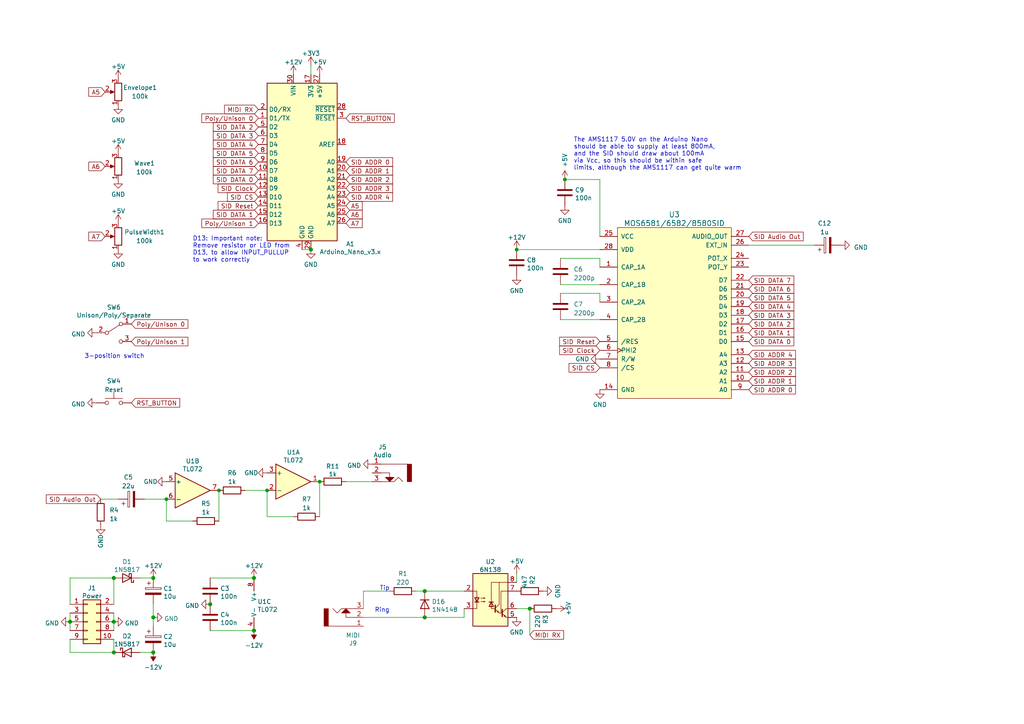
<source format=kicad_sch>
(kicad_sch (version 20230121) (generator eeschema)
  (paper "A4")
  (lib_symbols
    (symbol "AOI-sound-MOS6581-6582-8580SID:MOS6581{slash}6582{slash}8580SID" (pin_names (offset 1.016))
      (property "Reference" "U" (at -16.51 25.4 0))
      (property "Value" "MOS6581{slash}6582{slash}8580SID" (at 16.51 25.4 0))
      (symbol "MOS6581{slash}6582{slash}8580SID_0_1"
        (rectangle (start -16.51 24.13) (end 16.51 -25.4) (fill (type background)))
      )
      (symbol "MOS6581{slash}6582{slash}8580SID_1_1"
        (pin passive line (at -21.59 12.7 0) (length 5.08) (name "CAP_1A") (number "1"))
        (pin input line (at 21.59 -20.32 180) (length 5.08) (name "A1") (number "10"))
        (pin input line (at 21.59 -17.78 180) (length 5.08) (name "A2") (number "11"))
        (pin input line (at 21.59 -15.24 180) (length 5.08) (name "A3") (number "12"))
        (pin input line (at 21.59 -12.7 180) (length 5.08) (name "A4") (number "13"))
        (pin power_in line (at -21.59 -22.86 0) (length 5.08) (name "GND") (number "14"))
        (pin bidirectional line (at 21.59 -8.89 180) (length 5.08) (name "D0") (number "15"))
        (pin bidirectional line (at 21.59 -6.35 180) (length 5.08) (name "D1") (number "16"))
        (pin bidirectional line (at 21.59 -3.81 180) (length 5.08) (name "D2") (number "17"))
        (pin bidirectional line (at 21.59 -1.27 180) (length 5.08) (name "D3") (number "18"))
        (pin bidirectional line (at 21.59 1.27 180) (length 5.08) (name "D4") (number "19"))
        (pin passive line (at -21.59 7.62 0) (length 5.08) (name "CAP_1B") (number "2"))
        (pin bidirectional line (at 21.59 3.81 180) (length 5.08) (name "D5") (number "20"))
        (pin bidirectional line (at 21.59 6.35 180) (length 5.08) (name "D6") (number "21"))
        (pin bidirectional line (at 21.59 8.89 180) (length 5.08) (name "D7") (number "22"))
        (pin input line (at 21.59 12.7 180) (length 5.08) (name "POT_Y") (number "23"))
        (pin input line (at 21.59 15.24 180) (length 5.08) (name "POT_X") (number "24"))
        (pin power_in line (at -21.59 21.59 0) (length 5.08) (name "VCC") (number "25"))
        (pin input line (at 21.59 19.05 180) (length 5.08) (name "EXT_IN") (number "26"))
        (pin input line (at 21.59 21.59 180) (length 5.08) (name "AUDIO_OUT") (number "27"))
        (pin power_in line (at -21.59 17.78 0) (length 5.08) (name "VDD") (number "28"))
        (pin passive line (at -21.59 2.54 0) (length 5.08) (name "CAP_2A") (number "3"))
        (pin passive line (at -21.59 -2.54 0) (length 5.08) (name "CAP_2B") (number "4"))
        (pin input line (at -21.59 -8.89 0) (length 5.08) (name "/RES") (number "5"))
        (pin input clock (at -21.59 -11.43 0) (length 5.08) (name "PHI2") (number "6"))
        (pin input line (at -21.59 -13.97 0) (length 5.08) (name "R/W") (number "7"))
        (pin input line (at -21.59 -16.51 0) (length 5.08) (name "/CS") (number "8"))
        (pin input line (at 21.59 -22.86 180) (length 5.08) (name "A0") (number "9"))
      )
    )
    (symbol "Amplifier_Operational:TL072" (pin_names (offset 0.127))
      (property "Reference" "U" (at 0 5.08 0))
      (property "Value" "TL072" (at 0 -5.08 0))
      (symbol "TL072_1_1"
        (polyline (pts (xy -5.08 5.08) (xy 5.08 0) (xy -5.08 -5.08) (xy -5.08 5.08)) (stroke (width 0.254)) (fill (type background)))
        (pin output line (at 7.62 0 180) (length 2.54) (name "~") (number "1"))
        (pin input line (at -7.62 -2.54 0) (length 2.54) (name "-") (number "2"))
        (pin input line (at -7.62 2.54 0) (length 2.54) (name "+") (number "3"))
      )
      (symbol "TL072_2_1"
        (polyline (pts (xy -5.08 5.08) (xy 5.08 0) (xy -5.08 -5.08) (xy -5.08 5.08)) (stroke (width 0.254)) (fill (type background)))
        (pin input line (at -7.62 2.54 0) (length 2.54) (name "+") (number "5"))
        (pin input line (at -7.62 -2.54 0) (length 2.54) (name "-") (number "6"))
        (pin output line (at 7.62 0 180) (length 2.54) (name "~") (number "7"))
      )
      (symbol "TL072_3_1"
        (pin power_in line (at -2.54 -7.62 90) (length 3.81) (name "V-") (number "4"))
        (pin power_in line (at -2.54 7.62 270) (length 3.81) (name "V+") (number "8"))
      )
    )
    (symbol "Connector_Generic:Conn_02x05_Odd_Even" (pin_names (offset 1.016) hide)
      (property "Reference" "J" (at 1.27 7.62 0))
      (property "Value" "Conn_02x05_Odd_Even" (at 1.27 -7.62 0))
      (symbol "Conn_02x05_Odd_Even_1_1"
        (rectangle (start -1.27 -4.953) (end 0 -5.207) (stroke (width 0.1524)))
        (rectangle (start -1.27 -2.413) (end 0 -2.667) (stroke (width 0.1524)))
        (rectangle (start -1.27 0.127) (end 0 -0.127) (stroke (width 0.1524)))
        (rectangle (start -1.27 2.667) (end 0 2.413) (stroke (width 0.1524)))
        (rectangle (start -1.27 5.207) (end 0 4.953) (stroke (width 0.1524)))
        (rectangle (start -1.27 6.35) (end 3.81 -6.35) (stroke (width 0.254)) (fill (type background)))
        (rectangle (start 3.81 -4.953) (end 2.54 -5.207) (stroke (width 0.1524)))
        (rectangle (start 3.81 -2.413) (end 2.54 -2.667) (stroke (width 0.1524)))
        (rectangle (start 3.81 0.127) (end 2.54 -0.127) (stroke (width 0.1524)))
        (rectangle (start 3.81 2.667) (end 2.54 2.413) (stroke (width 0.1524)))
        (rectangle (start 3.81 5.207) (end 2.54 4.953) (stroke (width 0.1524)))
        (pin passive line (at -5.08 5.08 0) (length 3.81) (name "Pin_1") (number "1"))
        (pin passive line (at 7.62 -5.08 180) (length 3.81) (name "Pin_10") (number "10"))
        (pin passive line (at 7.62 5.08 180) (length 3.81) (name "Pin_2") (number "2"))
        (pin passive line (at -5.08 2.54 0) (length 3.81) (name "Pin_3") (number "3"))
        (pin passive line (at 7.62 2.54 180) (length 3.81) (name "Pin_4") (number "4"))
        (pin passive line (at -5.08 0 0) (length 3.81) (name "Pin_5") (number "5"))
        (pin passive line (at 7.62 0 180) (length 3.81) (name "Pin_6") (number "6"))
        (pin passive line (at -5.08 -2.54 0) (length 3.81) (name "Pin_7") (number "7"))
        (pin passive line (at 7.62 -2.54 180) (length 3.81) (name "Pin_8") (number "8"))
        (pin passive line (at -5.08 -5.08 0) (length 3.81) (name "Pin_9") (number "9"))
      )
    )
    (symbol "Device:C" (pin_numbers hide) (pin_names (offset 0.254))
      (property "Reference" "C" (at 0.635 2.54 0))
      (property "Value" "C" (at 0.635 -2.54 0))
      (symbol "C_0_1"
        (polyline (pts (xy -2.032 -0.762) (xy 2.032 -0.762)) (stroke (width 0.508)))
        (polyline (pts (xy -2.032 0.762) (xy 2.032 0.762)) (stroke (width 0.508)))
      )
      (symbol "C_1_1"
        (pin passive line (at 0 3.81 270) (length 2.794) (name "~") (number "1"))
        (pin passive line (at 0 -3.81 90) (length 2.794) (name "~") (number "2"))
      )
    )
    (symbol "Device:C_Polarized" (pin_numbers hide) (pin_names (offset 0.254))
      (property "Reference" "C" (at 0.635 2.54 0))
      (property "Value" "C_Polarized" (at 0.635 -2.54 0))
      (symbol "C_Polarized_0_1"
        (rectangle (start -2.286 0.508) (end 2.286 1.016))
        (polyline (pts (xy -1.778 2.286) (xy -0.762 2.286)))
        (polyline (pts (xy -1.27 2.794) (xy -1.27 1.778)))
        (rectangle (start 2.286 -0.508) (end -2.286 -1.016) (fill (type outline)))
      )
      (symbol "C_Polarized_1_1"
        (pin passive line (at 0 3.81 270) (length 2.794) (name "~") (number "1"))
        (pin passive line (at 0 -3.81 90) (length 2.794) (name "~") (number "2"))
      )
    )
    (symbol "Device:R" (pin_numbers hide) (pin_names (offset 0))
      (property "Reference" "R" (at 2.032 0 90))
      (property "Value" "R" (at 0 0 90))
      (symbol "R_0_1"
        (rectangle (start -1.016 -2.54) (end 1.016 2.54) (stroke (width 0.254)))
      )
      (symbol "R_1_1"
        (pin passive line (at 0 3.81 270) (length 1.27) (name "~") (number "1"))
        (pin passive line (at 0 -3.81 90) (length 1.27) (name "~") (number "2"))
      )
    )
    (symbol "Device:R_Potentiometer" (pin_names (offset 1.016) hide)
      (property "Reference" "RV" (at -4.445 0 90))
      (property "Value" "R_Potentiometer" (at -2.54 0 90))
      (symbol "R_Potentiometer_0_1"
        (polyline (pts (xy 2.54 0) (xy 1.524 0)))
        (polyline (pts (xy 1.143 0) (xy 2.286 0.508) (xy 2.286 -0.508) (xy 1.143 0)) (fill (type outline)))
        (rectangle (start 1.016 2.54) (end -1.016 -2.54) (stroke (width 0.254)))
      )
      (symbol "R_Potentiometer_1_1"
        (pin passive line (at 0 3.81 270) (length 1.27) (name "1") (number "1"))
        (pin passive line (at 3.81 0 180) (length 1.27) (name "2") (number "2"))
        (pin passive line (at 0 -3.81 90) (length 1.27) (name "3") (number "3"))
      )
    )
    (symbol "Diode:1N4148" (pin_numbers hide) (pin_names (offset 1.016) hide)
      (property "Reference" "D" (at 0 2.54 0))
      (property "Value" "1N4148" (at 0 -2.54 0))
      (symbol "1N4148_0_1"
        (polyline (pts (xy -1.27 1.27) (xy -1.27 -1.27)) (stroke (width 0.254)))
        (polyline (pts (xy 1.27 0) (xy -1.27 0)))
        (polyline (pts (xy 1.27 1.27) (xy 1.27 -1.27) (xy -1.27 0) (xy 1.27 1.27)) (stroke (width 0.254)))
      )
      (symbol "1N4148_1_1"
        (pin passive line (at -3.81 0 0) (length 2.54) (name "K") (number "1"))
        (pin passive line (at 3.81 0 180) (length 2.54) (name "A") (number "2"))
      )
    )
    (symbol "Diode:1N5817" (pin_numbers hide) (pin_names (offset 1.016) hide)
      (property "Reference" "D" (at 0 2.54 0))
      (property "Value" "1N5817" (at 0 -2.54 0))
      (symbol "1N5817_0_1"
        (polyline (pts (xy 1.27 0) (xy -1.27 0)))
        (polyline (pts (xy 1.27 1.27) (xy 1.27 -1.27) (xy -1.27 0) (xy 1.27 1.27)) (stroke (width 0.254)))
        (polyline (pts (xy -1.905 0.635) (xy -1.905 1.27) (xy -1.27 1.27) (xy -1.27 -1.27) (xy -0.635 -1.27) (xy -0.635 -0.635)) (stroke (width 0.254)))
      )
      (symbol "1N5817_1_1"
        (pin passive line (at -3.81 0 0) (length 2.54) (name "K") (number "1"))
        (pin passive line (at 3.81 0 180) (length 2.54) (name "A") (number "2"))
      )
    )
    (symbol "Isolator:6N138" (pin_names (offset 1.016) hide)
      (property "Reference" "U" (at -4.064 8.89 0))
      (property "Value" "6N138" (at 2.286 8.89 0))
      (symbol "6N138_0_1"
        (rectangle (start -5.08 7.62) (end 5.08 -7.62) (stroke (width 0.254)) (fill (type background)))
        (polyline (pts (xy -4.572 -0.635) (xy -3.302 -0.635)) (stroke (width 0.254)))
        (polyline (pts (xy 0.889 -0.635) (xy -0.381 -0.635)) (stroke (width 0.254)))
        (polyline (pts (xy 1.397 -2.667) (xy 2.54 -3.81)))
        (polyline (pts (xy 1.397 -2.413) (xy 2.54 -1.27)))
        (polyline (pts (xy 2.54 -3.81) (xy 3.175 -3.81)))
        (polyline (pts (xy 3.429 -3.937) (xy 4.572 -5.08)))
        (polyline (pts (xy 3.429 -3.683) (xy 4.572 -2.54)))
        (polyline (pts (xy 4.572 -5.08) (xy 5.08 -5.08)))
        (polyline (pts (xy 4.572 -2.54) (xy 5.08 -2.54)))
        (polyline (pts (xy 1.397 -1.524) (xy 1.397 -3.556) (xy 1.397 -3.556)) (stroke (width 0.3556)))
        (polyline (pts (xy 2.54 -1.27) (xy 2.54 5.08) (xy 5.08 5.08)))
        (polyline (pts (xy 3.429 -2.794) (xy 3.429 -4.826) (xy 3.429 -4.826)) (stroke (width 0.3556)))
        (polyline (pts (xy 5.08 2.54) (xy 3.048 2.54) (xy 3.048 -3.81)))
        (polyline (pts (xy -5.08 -2.54) (xy -3.937 -2.54) (xy -3.937 2.54) (xy -5.08 2.54)))
        (polyline (pts (xy -3.937 -0.635) (xy -4.572 0.635) (xy -3.302 0.635) (xy -3.937 -0.635)) (stroke (width 0.254)))
        (polyline (pts (xy 0.254 -0.635) (xy 0.889 -1.905) (xy -0.381 -1.905) (xy 0.254 -0.635)) (stroke (width 0.254)))
        (polyline (pts (xy 1.27 -2.54) (xy 0.254 -2.54) (xy 0.254 5.08) (xy 2.54 5.08)))
        (polyline (pts (xy 2.413 -3.683) (xy 2.159 -3.175) (xy 1.905 -3.429) (xy 2.413 -3.683)))
        (polyline (pts (xy 4.445 -4.953) (xy 4.191 -4.445) (xy 3.937 -4.699) (xy 4.445 -4.953)))
        (polyline (pts (xy -2.794 -0.508) (xy -1.524 -0.508) (xy -1.905 -0.635) (xy -1.905 -0.381) (xy -1.524 -0.508)))
        (polyline (pts (xy -2.794 0.508) (xy -1.524 0.508) (xy -1.905 0.381) (xy -1.905 0.635) (xy -1.524 0.508)))
      )
      (symbol "6N138_1_1"
        (pin no_connect line (at -5.08 5.08 0) (length 2.54) hide (name "NC") (number "1"))
        (pin passive line (at -7.62 2.54 0) (length 2.54) (name "C1") (number "2"))
        (pin passive line (at -7.62 -2.54 0) (length 2.54) (name "C2") (number "3"))
        (pin no_connect line (at -5.08 -5.08 0) (length 2.54) hide (name "NC") (number "4"))
        (pin passive line (at 7.62 -5.08 180) (length 2.54) (name "GND") (number "5"))
        (pin passive line (at 7.62 -2.54 180) (length 2.54) (name "VO2") (number "6"))
        (pin passive line (at 7.62 2.54 180) (length 2.54) (name "VO1") (number "7"))
        (pin passive line (at 7.62 5.08 180) (length 2.54) (name "VCC") (number "8"))
      )
    )
    (symbol "MCU_Module:Arduino_Nano_v3.x"
      (property "Reference" "A" (at -10.16 23.495 0))
      (property "Value" "Arduino_Nano_v3.x" (at 5.08 -24.13 0))
      (symbol "Arduino_Nano_v3.x_0_1"
        (rectangle (start -10.16 22.86) (end 10.16 -22.86) (stroke (width 0.254)) (fill (type background)))
      )
      (symbol "Arduino_Nano_v3.x_1_1"
        (pin bidirectional line (at -12.7 12.7 0) (length 2.54) (name "D1/TX") (number "1"))
        (pin bidirectional line (at -12.7 -2.54 0) (length 2.54) (name "D7") (number "10"))
        (pin bidirectional line (at -12.7 -5.08 0) (length 2.54) (name "D8") (number "11"))
        (pin bidirectional line (at -12.7 -7.62 0) (length 2.54) (name "D9") (number "12"))
        (pin bidirectional line (at -12.7 -10.16 0) (length 2.54) (name "D10") (number "13"))
        (pin bidirectional line (at -12.7 -12.7 0) (length 2.54) (name "D11") (number "14"))
        (pin bidirectional line (at -12.7 -15.24 0) (length 2.54) (name "D12") (number "15"))
        (pin bidirectional line (at -12.7 -17.78 0) (length 2.54) (name "D13") (number "16"))
        (pin power_out line (at 2.54 25.4 270) (length 2.54) (name "3V3") (number "17"))
        (pin input line (at 12.7 5.08 180) (length 2.54) (name "AREF") (number "18"))
        (pin bidirectional line (at 12.7 0 180) (length 2.54) (name "A0") (number "19"))
        (pin bidirectional line (at -12.7 15.24 0) (length 2.54) (name "D0/RX") (number "2"))
        (pin bidirectional line (at 12.7 -2.54 180) (length 2.54) (name "A1") (number "20"))
        (pin bidirectional line (at 12.7 -5.08 180) (length 2.54) (name "A2") (number "21"))
        (pin bidirectional line (at 12.7 -7.62 180) (length 2.54) (name "A3") (number "22"))
        (pin bidirectional line (at 12.7 -10.16 180) (length 2.54) (name "A4") (number "23"))
        (pin bidirectional line (at 12.7 -12.7 180) (length 2.54) (name "A5") (number "24"))
        (pin bidirectional line (at 12.7 -15.24 180) (length 2.54) (name "A6") (number "25"))
        (pin bidirectional line (at 12.7 -17.78 180) (length 2.54) (name "A7") (number "26"))
        (pin power_out line (at 5.08 25.4 270) (length 2.54) (name "+5V") (number "27"))
        (pin input line (at 12.7 15.24 180) (length 2.54) (name "~{RESET}") (number "28"))
        (pin power_in line (at 2.54 -25.4 90) (length 2.54) (name "GND") (number "29"))
        (pin input line (at 12.7 12.7 180) (length 2.54) (name "~{RESET}") (number "3"))
        (pin power_in line (at -2.54 25.4 270) (length 2.54) (name "VIN") (number "30"))
        (pin power_in line (at 0 -25.4 90) (length 2.54) (name "GND") (number "4"))
        (pin bidirectional line (at -12.7 10.16 0) (length 2.54) (name "D2") (number "5"))
        (pin bidirectional line (at -12.7 7.62 0) (length 2.54) (name "D3") (number "6"))
        (pin bidirectional line (at -12.7 5.08 0) (length 2.54) (name "D4") (number "7"))
        (pin bidirectional line (at -12.7 2.54 0) (length 2.54) (name "D5") (number "8"))
        (pin bidirectional line (at -12.7 0 0) (length 2.54) (name "D6") (number "9"))
      )
    )
    (symbol "Switch:SW_Push" (pin_numbers hide) (pin_names (offset 1.016) hide)
      (property "Reference" "SW" (at 1.27 2.54 0))
      (property "Value" "SW_Push" (at 0 -1.524 0))
      (symbol "SW_Push_0_1"
        (circle (center -2.032 0) (radius 0.508))
        (polyline (pts (xy 0 1.27) (xy 0 3.048)))
        (polyline (pts (xy 2.54 1.27) (xy -2.54 1.27)))
        (circle (center 2.032 0) (radius 0.508))
        (pin passive line (at -5.08 0 0) (length 2.54) (name "1") (number "1"))
        (pin passive line (at 5.08 0 180) (length 2.54) (name "2") (number "2"))
      )
    )
    (symbol "Switch:SW_SPDT" (pin_names (offset 0) hide)
      (property "Reference" "SW" (at 0 4.318 0))
      (property "Value" "SW_SPDT" (at 0 -5.08 0))
      (symbol "SW_SPDT_0_0"
        (circle (center -2.032 0) (radius 0.508))
        (circle (center 2.032 -2.54) (radius 0.508))
      )
      (symbol "SW_SPDT_0_1"
        (polyline (pts (xy -1.524 0.254) (xy 1.651 2.286)))
        (circle (center 2.032 2.54) (radius 0.508))
      )
      (symbol "SW_SPDT_1_1"
        (pin passive line (at 5.08 2.54 180) (length 2.54) (name "A") (number "1"))
        (pin passive line (at -5.08 0 0) (length 2.54) (name "B") (number "2"))
        (pin passive line (at 5.08 -2.54 180) (length 2.54) (name "C") (number "3"))
      )
    )
    (symbol "nathans_symbols:Thonkiconn"
      (property "Reference" "U" (at -2.54 7.62 0))
      (property "Value" "Thonkiconn" (at -2.54 5.08 0))
      (symbol "Thonkiconn_0_1"
        (rectangle (start -11.43 2.54) (end -10.16 -2.54) (stroke (width 0.1524)) (fill (type outline)))
        (polyline (pts (xy -2.54 2.54) (xy -10.16 2.54)) (stroke (width 0.1524)))
        (polyline (pts (xy -2.54 0) (xy -5.08 0) (xy -5.08 -2.54)) (stroke (width 0.1524)))
        (polyline (pts (xy -5.08 -2.54) (xy -6.35 -1.27) (xy -3.81 -1.27) (xy -5.08 -2.54)) (stroke (width 0.1524)) (fill (type outline)))
        (polyline (pts (xy -2.54 -2.54) (xy -6.35 -2.54) (xy -7.62 -1.27) (xy -8.89 -2.54)) (stroke (width 0.1524)))
      )
      (symbol "Thonkiconn_1_1"
        (pin passive line (at 0 2.54 180) (length 2.54) (name "") (number "1"))
        (pin passive line (at 0 0 180) (length 2.54) (name "") (number "2"))
        (pin passive line (at 0 -2.54 180) (length 2.54) (name "") (number "3"))
      )
    )
    (symbol "power:+12V" (power) (pin_names (offset 0))
      (property "Value" "+12V" (at 0 3.556 0))
      (symbol "+12V_0_1"
        (polyline (pts (xy -0.762 1.27) (xy 0 2.54)))
        (polyline (pts (xy 0 0) (xy 0 2.54)))
        (polyline (pts (xy 0 2.54) (xy 0.762 1.27)))
      )
      (symbol "+12V_1_1"
        (pin power_in line (at 0 0 90) (length 0) hide (name "+12V") (number "1"))
      )
    )
    (symbol "power:+3V3" (power) (pin_names (offset 0))
      (property "Value" "+3V3" (at 0 3.556 0))
      (symbol "+3V3_0_1"
        (polyline (pts (xy -0.762 1.27) (xy 0 2.54)))
        (polyline (pts (xy 0 0) (xy 0 2.54)))
        (polyline (pts (xy 0 2.54) (xy 0.762 1.27)))
      )
      (symbol "+3V3_1_1"
        (pin power_in line (at 0 0 90) (length 0) hide (name "+3V3") (number "1"))
      )
    )
    (symbol "power:+5V" (power) (pin_names (offset 0))
      (property "Value" "+5V" (at 0 3.556 0))
      (symbol "+5V_0_1"
        (polyline (pts (xy -0.762 1.27) (xy 0 2.54)))
        (polyline (pts (xy 0 0) (xy 0 2.54)))
        (polyline (pts (xy 0 2.54) (xy 0.762 1.27)))
      )
      (symbol "+5V_1_1"
        (pin power_in line (at 0 0 90) (length 0) hide (name "+5V") (number "1"))
      )
    )
    (symbol "power:-12V" (power) (pin_names (offset 0))
      (property "Value" "-12V" (at 0 3.81 0))
      (symbol "-12V_0_0"
        (pin power_in line (at 0 0 90) (length 0) hide (name "-12V") (number "1"))
      )
      (symbol "-12V_0_1"
        (polyline (pts (xy 0 0) (xy 0 1.27) (xy 0.762 1.27) (xy 0 2.54) (xy -0.762 1.27) (xy 0 1.27)) (fill (type outline)))
      )
    )
    (symbol "power:GND" (power) (pin_names (offset 0))
      (property "Value" "GND" (at 0 -3.81 0))
      (symbol "GND_0_1"
        (polyline (pts (xy 0 0) (xy 0 -1.27) (xy 1.27 -1.27) (xy 0 -2.54) (xy -1.27 -1.27) (xy 0 -1.27)))
      )
      (symbol "GND_1_1"
        (pin power_in line (at 0 0 270) (length 0) hide (name "GND") (number "1"))
      )
    )
  )
  (junction (at 77.47 142.24))
  (junction (at 44.45 189.23) (diameter 1.016))
  (junction (at 60.96 175.26) (diameter 1.016))
  (junction (at 44.45 167.64) (diameter 1.016))
  (junction (at 149.86 72.39))
  (junction (at 92.71 139.7))
  (junction (at 163.83 52.07))
  (junction (at 123.19 171.45) (diameter 1.016))
  (junction (at 63.5 142.24))
  (junction (at 73.66 182.88) (diameter 1.016))
  (junction (at 33.02 189.23) (diameter 1.016))
  (junction (at 48.26 144.78))
  (junction (at 123.19 179.07) (diameter 1.016))
  (junction (at 90.17 72.39) (diameter 1.016))
  (junction (at 153.67 176.53) (diameter 1.016))
  (junction (at 33.02 167.64) (diameter 1.016))
  (junction (at 44.45 179.07) (diameter 1.016))
  (junction (at 73.66 167.64) (diameter 1.016))
  (junction (at 20.32 180.34) (diameter 1.016))
  (junction (at 33.02 180.34) (diameter 1.016))
  (wire (pts (xy 173.99 74.93) (xy 173.99 77.47)))
  (wire (pts (xy 20.32 189.23) (xy 33.02 189.23)))
  (wire (pts (xy 134.62 179.07) (xy 123.19 179.07)))
  (wire (pts (xy 149.86 166.37) (xy 149.86 168.91)))
  (wire (pts (xy 149.86 72.39) (xy 173.99 72.39)))
  (wire (pts (xy 162.56 85.09) (xy 173.99 85.09)))
  (wire (pts (xy 134.62 176.53) (xy 134.62 179.07)))
  (wire (pts (xy 33.02 177.8) (xy 33.02 180.34)))
  (wire (pts (xy 123.19 171.45) (xy 134.62 171.45)))
  (wire (pts (xy 55.88 151.13) (xy 48.26 151.13)))
  (wire (pts (xy 20.32 167.64) (xy 33.02 167.64)))
  (wire (pts (xy 44.45 175.26) (xy 44.45 179.07)))
  (wire (pts (xy 87.63 72.39) (xy 90.17 72.39)))
  (wire (pts (xy 173.99 85.09) (xy 173.99 87.63)))
  (wire (pts (xy 77.47 149.86) (xy 77.47 142.24)))
  (wire (pts (xy 90.17 19.05) (xy 90.17 21.59)))
  (wire (pts (xy 41.91 144.78) (xy 48.26 144.78)))
  (wire (pts (xy 100.33 139.7) (xy 107.95 139.7)))
  (wire (pts (xy 217.17 71.12) (xy 236.22 71.12)))
  (wire (pts (xy 162.56 82.55) (xy 173.99 82.55)))
  (wire (pts (xy 63.5 142.24) (xy 63.5 151.13)))
  (wire (pts (xy 60.96 182.88) (xy 73.66 182.88)))
  (wire (pts (xy 33.02 189.23) (xy 33.02 185.42)))
  (wire (pts (xy 162.56 74.93) (xy 173.99 74.93)))
  (wire (pts (xy 20.32 180.34) (xy 20.32 182.88)))
  (wire (pts (xy 40.64 189.23) (xy 44.45 189.23)))
  (wire (pts (xy 149.86 176.53) (xy 153.67 176.53)))
  (wire (pts (xy 153.67 184.15) (xy 153.67 176.53)))
  (wire (pts (xy 60.96 167.64) (xy 73.66 167.64)))
  (wire (pts (xy 40.64 167.64) (xy 44.45 167.64)))
  (wire (pts (xy 120.65 171.45) (xy 123.19 171.45)))
  (wire (pts (xy 173.99 52.07) (xy 163.83 52.07)))
  (wire (pts (xy 85.09 149.86) (xy 77.47 149.86)))
  (wire (pts (xy 48.26 151.13) (xy 48.26 144.78)))
  (wire (pts (xy 44.45 179.07) (xy 44.45 181.61)))
  (wire (pts (xy 33.02 175.26) (xy 33.02 167.64)))
  (wire (pts (xy 20.32 177.8) (xy 20.32 180.34)))
  (wire (pts (xy 105.41 171.45) (xy 105.41 176.53)))
  (wire (pts (xy 113.03 171.45) (xy 105.41 171.45)))
  (wire (pts (xy 105.41 179.07) (xy 123.19 179.07)))
  (wire (pts (xy 173.99 68.58) (xy 173.99 52.07)))
  (wire (pts (xy 92.71 139.7) (xy 92.71 149.86)))
  (wire (pts (xy 29.21 144.78) (xy 34.29 144.78)))
  (wire (pts (xy 162.56 92.71) (xy 173.99 92.71)))
  (wire (pts (xy 33.02 180.34) (xy 33.02 182.88)))
  (wire (pts (xy 20.32 185.42) (xy 20.32 189.23)))
  (wire (pts (xy 71.12 142.24) (xy 77.47 142.24)))
  (wire (pts (xy 20.32 175.26) (xy 20.32 167.64)))
  (text "Tip" (at 113.03 171.45 0) (effects (font (size 1.27 1.27)) (justify right bottom)))
  (text "The AMS1117 5.0V on the Arduino Nano\nshould be able to supply at least 800mA,\nand the SID should draw about 100mA\nvia Vcc, so this should be within safe\nlimits, although the AMS1117 can get quite warm" (at 166.37 49.53 0) (effects (font (size 1.27 1.27)) (justify left bottom)))
  (text "D13: Important note:\nRemove resistor or LED from\nD13, to allow INPUT_PULLUP\nto work correctly" (at 55.88 76.2 0) (effects (font (size 1.27 1.27)) (justify left bottom)))
  (text "Ring" (at 113.03 177.8 0) (effects (font (size 1.27 1.27)) (justify right bottom)))
  (text "3-position switch" (at 41.91 104.14 0) (effects (font (size 1.27 1.27)) (justify right bottom)))
  (global_label "SID ADDR 0" (shape input) (at 217.17 113.03 0) (property "Intersheetrefs" "${INTERSHEET_REFS}" (effects hide)))
  (global_label "SID DATA 4" (shape input) (at 217.17 88.9 0) (property "Intersheetrefs" "${INTERSHEET_REFS}" (effects hide)))
  (global_label "SID ADDR 3" (shape input) (at 217.17 105.41 0) (property "Intersheetrefs" "${INTERSHEET_REFS}" (effects hide)))
  (global_label "SID DATA 0" (shape input) (at 74.93 52.07 180) (property "Intersheetrefs" "${INTERSHEET_REFS}" (effects hide)))
  (global_label "SID DATA 2" (shape input) (at 217.17 93.98 0) (property "Intersheetrefs" "${INTERSHEET_REFS}" (effects hide)))
  (global_label "A7" (shape input) (at 30.48 68.58 180) (property "Intersheetrefs" "${INTERSHEET_REFS}" (effects hide)))
  (global_label "SID DATA 4" (shape input) (at 74.93 41.91 180) (property "Intersheetrefs" "${INTERSHEET_REFS}" (effects hide)))
  (global_label "SID DATA 3" (shape input) (at 217.17 91.44 0) (property "Intersheetrefs" "${INTERSHEET_REFS}" (effects hide)))
  (global_label "Poly{slash}Unison 1" (shape input) (at 38.1 99.06 0) (property "Intersheetrefs" "${INTERSHEET_REFS}" (effects hide)))
  (global_label "A7" (shape input) (at 100.33 64.77 0) (property "Intersheetrefs" "${INTERSHEET_REFS}" (effects hide)))
  (global_label "SID ADDR 4" (shape input) (at 217.17 102.87 0) (property "Intersheetrefs" "${INTERSHEET_REFS}" (effects hide)))
  (global_label "SID ADDR 3" (shape input) (at 100.33 54.61 0) (property "Intersheetrefs" "${INTERSHEET_REFS}" (effects hide)))
  (global_label "SID ADDR 4" (shape input) (at 100.33 57.15 0) (property "Intersheetrefs" "${INTERSHEET_REFS}" (effects hide)))
  (global_label "SID ADDR 2" (shape input) (at 217.17 107.95 0) (property "Intersheetrefs" "${INTERSHEET_REFS}" (effects hide)))
  (global_label "SID DATA 5" (shape input) (at 217.17 86.36 0) (property "Intersheetrefs" "${INTERSHEET_REFS}" (effects hide)))
  (global_label "A5" (shape input) (at 30.48 26.67 180) (property "Intersheetrefs" "${INTERSHEET_REFS}" (effects hide)))
  (global_label "SID DATA 6" (shape input) (at 74.93 46.99 180) (property "Intersheetrefs" "${INTERSHEET_REFS}" (effects hide)))
  (global_label "MIDI RX" (shape input) (at 153.67 184.15 0) (property "Intersheetrefs" "${INTERSHEET_REFS}" (effects hide)))
  (global_label "SID DATA 3" (shape input) (at 74.93 39.37 180) (property "Intersheetrefs" "${INTERSHEET_REFS}" (effects hide)))
  (global_label "SID ADDR 1" (shape input) (at 217.17 110.49 0) (property "Intersheetrefs" "${INTERSHEET_REFS}" (effects hide)))
  (global_label "SID DATA 6" (shape input) (at 217.17 83.82 0) (property "Intersheetrefs" "${INTERSHEET_REFS}" (effects hide)))
  (global_label "A5" (shape input) (at 100.33 59.69 0) (property "Intersheetrefs" "${INTERSHEET_REFS}" (effects hide)))
  (global_label "SID ADDR 0" (shape input) (at 100.33 46.99 0) (property "Intersheetrefs" "${INTERSHEET_REFS}" (effects hide)))
  (global_label "SID Clock" (shape input) (at 74.93 54.61 180) (property "Intersheetrefs" "${INTERSHEET_REFS}" (effects hide)))
  (global_label "SID Audio Out" (shape input) (at 217.17 68.58 0) (property "Intersheetrefs" "${INTERSHEET_REFS}" (effects hide)))
  (global_label "SID Audio Out" (shape input) (at 29.21 144.78 180) (property "Intersheetrefs" "${INTERSHEET_REFS}" (effects hide)))
  (global_label "SID ADDR 1" (shape input) (at 100.33 49.53 0) (property "Intersheetrefs" "${INTERSHEET_REFS}" (effects hide)))
  (global_label "Poly{slash}Unison 0" (shape input) (at 38.1 93.98 0) (property "Intersheetrefs" "${INTERSHEET_REFS}" (effects hide)))
  (global_label "SID Reset" (shape input) (at 74.93 59.69 180) (property "Intersheetrefs" "${INTERSHEET_REFS}" (effects hide)))
  (global_label "Poly{slash}Unison 1" (shape input) (at 74.93 64.77 180) (property "Intersheetrefs" "${INTERSHEET_REFS}" (effects hide)))
  (global_label "A6" (shape input) (at 30.48 48.26 180) (property "Intersheetrefs" "${INTERSHEET_REFS}" (effects hide)))
  (global_label "SID CS" (shape input) (at 74.93 57.15 180) (property "Intersheetrefs" "${INTERSHEET_REFS}" (effects hide)))
  (global_label "RST_BUTTON" (shape input) (at 38.1 116.84 0) (property "Intersheetrefs" "${INTERSHEET_REFS}" (effects hide)))
  (global_label "Poly{slash}Unison 0" (shape input) (at 74.93 34.29 180) (property "Intersheetrefs" "${INTERSHEET_REFS}" (effects hide)))
  (global_label "SID DATA 7" (shape input) (at 74.93 49.53 180) (property "Intersheetrefs" "${INTERSHEET_REFS}" (effects hide)))
  (global_label "SID DATA 1" (shape input) (at 74.93 62.23 180) (property "Intersheetrefs" "${INTERSHEET_REFS}" (effects hide)))
  (global_label "SID CS" (shape input) (at 173.99 106.68 180) (property "Intersheetrefs" "${INTERSHEET_REFS}" (effects hide)))
  (global_label "A6" (shape input) (at 100.33 62.23 0) (property "Intersheetrefs" "${INTERSHEET_REFS}" (effects hide)))
  (global_label "SID DATA 2" (shape input) (at 74.93 36.83 180) (property "Intersheetrefs" "${INTERSHEET_REFS}" (effects hide)))
  (global_label "SID DATA 5" (shape input) (at 74.93 44.45 180) (property "Intersheetrefs" "${INTERSHEET_REFS}" (effects hide)))
  (global_label "SID DATA 0" (shape input) (at 217.17 99.06 0) (property "Intersheetrefs" "${INTERSHEET_REFS}" (effects hide)))
  (global_label "SID Clock" (shape input) (at 173.99 101.6 180) (property "Intersheetrefs" "${INTERSHEET_REFS}" (effects hide)))
  (global_label "SID Reset" (shape input) (at 173.99 99.06 180) (property "Intersheetrefs" "${INTERSHEET_REFS}" (effects hide)))
  (global_label "MIDI RX" (shape input) (at 74.93 31.75 180) (property "Intersheetrefs" "${INTERSHEET_REFS}" (effects hide)))
  (global_label "SID DATA 7" (shape input) (at 217.17 81.28 0) (property "Intersheetrefs" "${INTERSHEET_REFS}" (effects hide)))
  (global_label "RST_BUTTON" (shape input) (at 100.33 34.29 0) (property "Intersheetrefs" "${INTERSHEET_REFS}" (effects hide)))
  (global_label "SID DATA 1" (shape input) (at 217.17 96.52 0) (property "Intersheetrefs" "${INTERSHEET_REFS}" (effects hide)))
  (global_label "SID ADDR 2" (shape input) (at 100.33 52.07 0) (property "Intersheetrefs" "${INTERSHEET_REFS}" (effects hide)))
  (symbol (lib_id "power:GND") (at 149.86 80.01 0) (unit 1)
    (property "Reference" "#PWR014" (effects hide))
    (property "Value" "GND" (at 149.86 84.3344 0))
  )
  (symbol (lib_id "power:+5V") (at 149.86 166.37 0) (unit 1)
    (property "Reference" "#PWR0139" (effects hide))
    (property "Value" "+5V" (at 149.86 162.8226 0))
  )
  (symbol (lib_id "Connector_Generic:Conn_02x05_Odd_Even") (at 25.4 180.34 0) (unit 1)
    (property "Reference" "J1" (at 26.67 170.5568 0))
    (property "Value" "Power" (at 26.67 172.8555 0))
    (property "Footprint" "Connector_PinHeader_2.54mm:PinHeader_2x05_P2.54mm_Vertical" (effects hide))
  )
  (symbol (lib_id "power:GND") (at 27.94 96.52 270) (unit 1)
    (property "Reference" "#PWR0149" (effects hide))
    (property "Value" "GND" (at 24.765 96.9085 90) (effects (justify right)))
  )
  (symbol (lib_id "power:GND") (at 44.45 179.07 90) (unit 1)
    (property "Reference" "#PWR011" (effects hide))
    (property "Value" "GND" (at 47.6251 179.4585 90) (effects (justify right)))
  )
  (symbol (lib_id "Switch:SW_Push") (at 33.02 116.84 0) (unit 1)
    (property "Reference" "SW4" (at 33.02 110.49 0))
    (property "Value" "Reset" (at 33.02 113.03 0))
    (property "Footprint" "Button_Switch_THT:SW_PUSH_6mm" (effects hide))
  )
  (symbol (lib_id "Device:R") (at 116.84 171.45 90) (unit 1)
    (property "Reference" "R1" (at 116.84 166.37 90))
    (property "Value" "220" (at 116.84 168.91 90))
    (property "Footprint" "Resistor_THT:R_Axial_DIN0207_L6.3mm_D2.5mm_P7.62mm_Horizontal" (effects hide))
  )
  (symbol (lib_id "Device:R_Potentiometer") (at 34.29 68.58 180) (unit 1)
    (property "Reference" "PulseWidth1" (at 41.91 67.31 0))
    (property "Value" "100k" (at 41.91 69.85 0))
    (property "Footprint" "Potentiometer_THT:Potentiometer_Alpha_RD901F-40-00D_Single_Vertical" (effects hide))
  )
  (symbol (lib_id "Device:R_Potentiometer") (at 34.29 48.26 180) (unit 1)
    (property "Reference" "Wave1" (at 41.91 47.3711 0))
    (property "Value" "100k" (at 41.91 49.9111 0))
    (property "Footprint" "Potentiometer_THT:Potentiometer_Alpha_RD901F-40-00D_Single_Vertical" (effects hide))
  )
  (symbol (lib_id "power:GND") (at 163.83 59.69 0) (unit 1)
    (property "Reference" "#PWR015" (effects hide))
    (property "Value" "GND" (at 163.83 64.0144 0))
  )
  (symbol (lib_id "power:+12V") (at 44.45 167.64 0) (unit 1)
    (property "Reference" "#PWR010" (effects hide))
    (property "Value" "+12V" (at 44.45 164.0926 0))
  )
  (symbol (lib_id "power:GND") (at 34.29 52.07 0) (unit 1)
    (property "Reference" "#PWR0114" (effects hide))
    (property "Value" "GND" (at 34.29 56.3944 0))
  )
  (symbol (lib_id "Device:R") (at 153.67 171.45 90) (unit 1)
    (property "Reference" "R2" (at 154.4309 166.8781 0) (effects (justify right)))
    (property "Value" "4k7" (at 152.1322 166.8781 0) (effects (justify right)))
    (property "Footprint" "Resistor_THT:R_Axial_DIN0207_L6.3mm_D2.5mm_P7.62mm_Horizontal" (effects hide))
  )
  (symbol (lib_id "Device:C_Polarized") (at 240.03 71.12 90) (unit 1)
    (property "Reference" "C12" (at 239.141 64.77 90))
    (property "Value" "1u" (at 239.141 67.31 90))
    (property "Footprint" "Capacitor_THT:CP_Radial_D5.0mm_P2.50mm" (effects hide))
  )
  (symbol (lib_id "power:GND") (at 33.02 180.34 90) (unit 1)
    (property "Reference" "#PWR07" (effects hide))
    (property "Value" "GND" (at 36.1951 180.7285 90) (effects (justify right)))
  )
  (symbol (lib_id "power:+5V") (at 92.71 21.59 0) (unit 1)
    (property "Reference" "#PWR023" (effects hide))
    (property "Value" "+5V" (at 92.71 18.0426 0))
  )
  (symbol (lib_id "power:+5V") (at 161.29 176.53 270) (unit 1)
    (property "Reference" "#PWR0137" (effects hide))
    (property "Value" "+5V" (at 164.8374 176.53 0))
  )
  (symbol (lib_id "Isolator:6N138") (at 142.24 173.99 0) (unit 1)
    (property "Reference" "U2" (at 142.24 162.9368 0))
    (property "Value" "6N138" (at 142.24 165.2355 0))
    (property "Footprint" "Package_DIP:DIP-8_W7.62mm_Socket_LongPads" (effects hide))
    (property "Datasheet" "http://www.onsemi.com/pub/Collateral/HCPL2731-D.pdf" (effects hide))
  )
  (symbol (lib_id "Device:C_Polarized") (at 44.45 171.45 0) (unit 1)
    (property "Reference" "C1" (at 47.3711 170.6891 0) (effects (justify left)))
    (property "Value" "10u" (at 47.3711 172.9878 0) (effects (justify left)))
    (property "Footprint" "Capacitor_THT:CP_Radial_D5.0mm_P2.50mm" (effects hide))
  )
  (symbol (lib_id "power:-12V") (at 73.66 182.88 180) (unit 1)
    (property "Reference" "#PWR022" (effects hide))
    (property "Value" "-12V" (at 73.66 187.2044 0))
  )
  (symbol (lib_id "Device:R") (at 29.21 148.59 0) (unit 1)
    (property "Reference" "R4" (at 31.75 147.955 0) (effects (justify left)))
    (property "Value" "1k" (at 31.75 150.495 0) (effects (justify left)))
    (property "Footprint" "Resistor_THT:R_Axial_DIN0207_L6.3mm_D2.5mm_P7.62mm_Horizontal" (effects hide))
  )
  (symbol (lib_id "power:+12V") (at 149.86 72.39 0) (unit 1)
    (property "Reference" "#PWR08" (effects hide))
    (property "Value" "+12V" (at 149.86 68.8426 0))
  )
  (symbol (lib_id "power:GND") (at 157.48 171.45 90) (unit 1)
    (property "Reference" "#PWR0136" (effects hide))
    (property "Value" "GND" (at 161.8044 171.45 0))
  )
  (symbol (lib_id "MCU_Module:Arduino_Nano_v3.x") (at 87.63 46.99 0) (unit 1)
    (property "Reference" "A1" (at 101.6 70.7454 0))
    (property "Value" "Arduino_Nano_v3.x" (at 101.6 73.0441 0))
    (property "Footprint" "Module:Arduino_Nano" (effects hide))
    (property "Datasheet" "http://www.mouser.com/pdfdocs/Gravitech_Arduino_Nano3_0.pdf" (effects hide))
  )
  (symbol (lib_id "Device:C") (at 162.56 88.9 0) (unit 1)
    (property "Reference" "C7" (at 166.37 88.265 0) (effects (justify left)))
    (property "Value" "2200p" (at 166.37 90.805 0) (effects (justify left)))
  )
  (symbol (lib_id "Device:R") (at 96.52 139.7 90) (unit 1)
    (property "Reference" "R11" (at 96.52 135.2508 90))
    (property "Value" "1k" (at 96.52 137.5495 90))
    (property "Footprint" "Resistor_THT:R_Axial_DIN0207_L6.3mm_D2.5mm_P7.62mm_Horizontal" (effects hide))
  )
  (symbol (lib_id "nathans_symbols:Thonkiconn") (at 105.41 179.07 0) (mirror x) (unit 1)
    (property "Reference" "J9" (at 102.3874 186.5672 0))
    (property "Value" "MIDI" (at 102.3874 184.2685 0))
    (property "Footprint" "kicad_libraries:Thonkiconn" (effects hide))
  )
  (symbol (lib_id "power:GND") (at 29.21 152.4 0) (mirror y) (unit 1)
    (property "Reference" "#PWR016" (effects hide))
    (property "Value" "GND" (at 29.21 154.94 90) (effects (justify right)))
  )
  (symbol (lib_id "power:GND") (at 90.17 72.39 0) (unit 1)
    (property "Reference" "#PWR020" (effects hide))
    (property "Value" "GND" (at 90.17 76.7144 0))
  )
  (symbol (lib_id "power:GND") (at 34.29 30.48 0) (unit 1)
    (property "Reference" "#PWR025" (effects hide))
    (property "Value" "GND" (at 34.29 34.8044 0))
  )
  (symbol (lib_id "Device:C") (at 163.83 55.88 0) (unit 1)
    (property "Reference" "C9" (at 166.7511 55.1191 0) (effects (justify left)))
    (property "Value" "100n" (at 166.7511 57.4178 0) (effects (justify left)))
    (property "Footprint" "Capacitor_THT:C_Disc_D7.5mm_W2.5mm_P5.00mm" (effects hide))
    (property "LCSC" "C49678" (effects hide))
  )
  (symbol (lib_id "power:+3V3") (at 90.17 19.05 0) (unit 1)
    (property "Reference" "#PWR019" (effects hide))
    (property "Value" "+3V3" (at 90.17 15.5026 0))
  )
  (symbol (lib_id "power:+5V") (at 34.29 22.86 0) (unit 1)
    (property "Reference" "#PWR024" (effects hide))
    (property "Value" "+5V" (at 34.29 19.3126 0))
  )
  (symbol (lib_id "power:GND") (at 27.94 116.84 270) (unit 1)
    (property "Reference" "#PWR0141" (effects hide))
    (property "Value" "GND" (at 24.765 117.2285 90) (effects (justify right)))
  )
  (symbol (lib_id "power:GND") (at 243.84 71.12 90) (unit 1)
    (property "Reference" "#PWR013" (effects hide))
    (property "Value" "GND" (at 247.65 71.755 90) (effects (justify right)))
  )
  (symbol (lib_id "Device:C_Polarized") (at 44.45 185.42 0) (unit 1)
    (property "Reference" "C2" (at 47.3711 184.6591 0) (effects (justify left)))
    (property "Value" "10u" (at 47.3711 186.9578 0) (effects (justify left)))
    (property "Footprint" "Capacitor_THT:CP_Radial_D5.0mm_P2.50mm" (effects hide))
  )
  (symbol (lib_id "power:+12V") (at 85.09 21.59 0) (unit 1)
    (property "Reference" "#PWR018" (effects hide))
    (property "Value" "+12V" (at 85.09 18.0426 0))
  )
  (symbol (lib_id "power:+5V") (at 163.83 52.07 0) (unit 1)
    (property "Reference" "#PWR09" (effects hide))
    (property "Value" "+5V" (at 163.83 44.45 90) (effects (justify right)))
  )
  (symbol (lib_id "power:+5V") (at 34.29 64.77 0) (unit 1)
    (property "Reference" "#PWR0113" (effects hide))
    (property "Value" "+5V" (at 34.29 61.2226 0))
  )
  (symbol (lib_id "power:GND") (at 48.26 139.7 270) (mirror x) (unit 1)
    (property "Reference" "#PWR03" (effects hide))
    (property "Value" "GND" (at 45.72 139.7 90) (effects (justify right)))
  )
  (symbol (lib_id "Device:R_Potentiometer") (at 34.29 26.67 180) (unit 1)
    (property "Reference" "Envelope1" (at 40.64 25.4 0))
    (property "Value" "100k" (at 40.64 27.94 0))
    (property "Footprint" "Potentiometer_THT:Potentiometer_Alpha_RD901F-40-00D_Single_Vertical" (effects hide))
  )
  (symbol (lib_id "Device:C") (at 60.96 179.07 0) (unit 1)
    (property "Reference" "C4" (at 63.8811 178.3091 0) (effects (justify left)))
    (property "Value" "100n" (at 63.8811 180.6078 0) (effects (justify left)))
    (property "Footprint" "Capacitor_THT:C_Disc_D7.5mm_W2.5mm_P5.00mm" (effects hide))
    (property "LCSC" "C49678" (effects hide))
  )
  (symbol (lib_id "Switch:SW_SPDT") (at 33.02 96.52 0) (unit 1)
    (property "Reference" "SW6" (at 33.02 89.1413 0))
    (property "Value" "Unison/Poly/Separate" (at 33.02 91.44 0))
    (property "Footprint" "kicad_libraries:toggle switch" (effects hide))
  )
  (symbol (lib_id "Device:R") (at 88.9 149.86 270) (unit 1)
    (property "Reference" "R7" (at 88.9 144.78 90))
    (property "Value" "1k" (at 88.9 147.32 90))
    (property "Footprint" "Resistor_THT:R_Axial_DIN0207_L6.3mm_D2.5mm_P7.62mm_Horizontal" (effects hide))
  )
  (symbol (lib_id "power:+12V") (at 73.66 167.64 0) (unit 1)
    (property "Reference" "#PWR021" (effects hide))
    (property "Value" "+12V" (at 73.66 164.0926 0))
  )
  (symbol (lib_id "Device:R") (at 67.31 142.24 270) (unit 1)
    (property "Reference" "R6" (at 67.31 137.16 90))
    (property "Value" "1k" (at 67.31 139.7 90))
    (property "Footprint" "Resistor_THT:R_Axial_DIN0207_L6.3mm_D2.5mm_P7.62mm_Horizontal" (effects hide))
  )
  (symbol (lib_id "power:GND") (at 20.32 180.34 270) (unit 1)
    (property "Reference" "#PWR01" (effects hide))
    (property "Value" "GND" (at 17.145 180.7285 90) (effects (justify right)))
  )
  (symbol (lib_id "power:GND") (at 34.29 72.39 0) (unit 1)
    (property "Reference" "#PWR0112" (effects hide))
    (property "Value" "GND" (at 34.29 76.7144 0))
  )
  (symbol (lib_id "power:GND") (at 77.47 137.16 270) (mirror x) (unit 1)
    (property "Reference" "#PWR04" (effects hide))
    (property "Value" "GND" (at 74.93 137.16 90) (effects (justify right)))
  )
  (symbol (lib_id "Amplifier_Operational:TL072") (at 55.88 142.24 0) (unit 2)
    (property "Reference" "U1" (at 55.88 133.7268 0))
    (property "Value" "TL072" (at 55.88 136.0255 0))
    (property "Footprint" "Package_DIP:DIP-8_W7.62mm_Socket" (effects hide))
    (property "Datasheet" "http://www.ti.com/lit/ds/symlink/tl071.pdf" (effects hide))
  )
  (symbol (lib_id "power:-12V") (at 44.45 189.23 180) (unit 1)
    (property "Reference" "#PWR012" (effects hide))
    (property "Value" "-12V" (at 44.45 193.5544 0))
  )
  (symbol (lib_id "power:GND") (at 173.99 113.03 0) (unit 1)
    (property "Reference" "#PWR05" (effects hide))
    (property "Value" "GND" (at 173.99 117.3544 0))
  )
  (symbol (lib_id "power:GND") (at 149.86 179.07 0) (unit 1)
    (property "Reference" "#PWR0138" (effects hide))
    (property "Value" "GND" (at 149.86 183.3944 0))
  )
  (symbol (lib_id "power:GND") (at 60.96 175.26 270) (unit 1)
    (property "Reference" "#PWR017" (effects hide))
    (property "Value" "GND" (at 57.785 175.6485 90) (effects (justify right)))
  )
  (symbol (lib_id "Diode:1N5817") (at 36.83 189.23 0) (unit 1)
    (property "Reference" "D2" (at 36.83 184.5268 0))
    (property "Value" "1N5817" (at 36.83 186.8255 0))
    (property "Footprint" "Diode_THT:D_DO-41_SOD81_P10.16mm_Horizontal" (effects hide))
    (property "Datasheet" "http://www.vishay.com/docs/88525/1n5817.pdf" (effects hide))
  )
  (symbol (lib_id "Device:C") (at 60.96 171.45 0) (unit 1)
    (property "Reference" "C3" (at 63.8811 170.6891 0) (effects (justify left)))
    (property "Value" "100n" (at 63.8811 172.9878 0) (effects (justify left)))
    (property "Footprint" "Capacitor_THT:C_Disc_D7.5mm_W2.5mm_P5.00mm" (effects hide))
    (property "LCSC" "C49678" (effects hide))
  )
  (symbol (lib_id "Device:C") (at 149.86 76.2 0) (unit 1)
    (property "Reference" "C8" (at 152.7811 75.4391 0) (effects (justify left)))
    (property "Value" "100n" (at 152.7811 77.7378 0) (effects (justify left)))
    (property "Footprint" "Capacitor_THT:C_Disc_D7.5mm_W2.5mm_P5.00mm" (effects hide))
    (property "LCSC" "C49678" (effects hide))
  )
  (symbol (lib_id "nathans_symbols:Thonkiconn") (at 107.95 137.16 0) (mirror y) (unit 1)
    (property "Reference" "J5" (at 110.9726 129.6628 0))
    (property "Value" "Audio" (at 110.9726 131.9615 0))
    (property "Footprint" "kicad_libraries:Thonkiconn" (effects hide))
  )
  (symbol (lib_id "Device:R") (at 157.48 176.53 90) (unit 1)
    (property "Reference" "R3" (at 158.2409 178.3081 0) (effects (justify right)))
    (property "Value" "220" (at 155.9422 178.3081 0) (effects (justify right)))
    (property "Footprint" "Resistor_THT:R_Axial_DIN0207_L6.3mm_D2.5mm_P7.62mm_Horizontal" (effects hide))
  )
  (symbol (lib_id "AOI-sound-MOS6581-6582-8580SID:MOS6581{slash}6582{slash}8580SID") (at 195.58 90.17 0) (unit 1)
    (property "Reference" "U3" (at 195.58 62.23 0) (effects (font (size 1.524 1.524))))
    (property "Value" "MOS6581/6582/8580SID" (at 195.58 64.77 0) (effects (font (size 1.524 1.524))))
    (property "Footprint" "Housings_DIP:DIP-28_W15.24mm_Socket" (effects hide))
  )
  (symbol (lib_id "Diode:1N5817") (at 36.83 167.64 180) (unit 1)
    (property "Reference" "D1" (at 36.83 162.9368 0))
    (property "Value" "1N5817" (at 36.83 165.2355 0))
    (property "Footprint" "Diode_THT:D_DO-41_SOD81_P10.16mm_Horizontal" (effects hide))
    (property "Datasheet" "http://www.vishay.com/docs/88525/1n5817.pdf" (effects hide))
  )
  (symbol (lib_id "Amplifier_Operational:TL072") (at 85.09 139.7 0) (unit 1)
    (property "Reference" "U1" (at 85.09 131.1868 0))
    (property "Value" "TL072" (at 85.09 133.4855 0))
    (property "Footprint" "Package_DIP:DIP-8_W7.62mm_Socket" (effects hide))
    (property "Datasheet" "http://www.ti.com/lit/ds/symlink/tl071.pdf" (effects hide))
  )
  (symbol (lib_id "power:GND") (at 107.95 134.62 270) (mirror x) (unit 1)
    (property "Reference" "#PWR0110" (effects hide))
    (property "Value" "GND" (at 104.7749 135.0085 90) (effects (justify right)))
  )
  (symbol (lib_id "power:GND") (at 173.99 104.14 270) (mirror x) (unit 1)
    (property "Reference" "#PWR06" (effects hide))
    (property "Value" "GND" (at 168.91 104.14 90))
  )
  (symbol (lib_id "Device:C") (at 162.56 78.74 0) (unit 1)
    (property "Reference" "C6" (at 166.37 78.105 0) (effects (justify left)))
    (property "Value" "2200p" (at 166.37 80.645 0) (effects (justify left)))
  )
  (symbol (lib_id "Amplifier_Operational:TL072") (at 76.2 175.26 0) (unit 3)
    (property "Reference" "U1" (at 74.6761 174.4991 0) (effects (justify left)))
    (property "Value" "TL072" (at 74.6761 176.7978 0) (effects (justify left)))
    (property "Footprint" "Package_DIP:DIP-8_W7.62mm_Socket" (effects hide))
    (property "Datasheet" "http://www.ti.com/lit/ds/symlink/tl071.pdf" (effects hide))
  )
  (symbol (lib_id "Device:C_Polarized") (at 38.1 144.78 90) (unit 1)
    (property "Reference" "C5" (at 37.211 138.43 90))
    (property "Value" "22u" (at 37.211 140.97 90))
    (property "Footprint" "Capacitor_THT:CP_Radial_D5.0mm_P2.50mm" (effects hide))
  )
  (symbol (lib_id "Device:R") (at 59.69 151.13 270) (unit 1)
    (property "Reference" "R5" (at 59.69 146.05 90))
    (property "Value" "1k" (at 59.69 148.59 90))
    (property "Footprint" "Resistor_THT:R_Axial_DIN0207_L6.3mm_D2.5mm_P7.62mm_Horizontal" (effects hide))
  )
  (symbol (lib_id "Diode:1N4148") (at 123.19 175.26 270) (unit 1)
    (property "Reference" "D16" (at 125.2221 174.4991 90) (effects (justify left)))
    (property "Value" "1N4148" (at 125.2221 176.7978 90) (effects (justify left)))
    (property "Footprint" "Diode_THT:D_DO-35_SOD27_P7.62mm_HorizontalVal" (effects hide))
    (property "Datasheet" "https://assets.nexperia.com/documents/data-sheet/1N4148_1N4448.pdf" (effects hide))
  )
  (symbol (lib_id "power:+5V") (at 34.29 44.45 0) (unit 1)
    (property "Reference" "#PWR0116" (effects hide))
    (property "Value" "+5V" (at 34.29 40.9026 0))
  )
)
</source>
